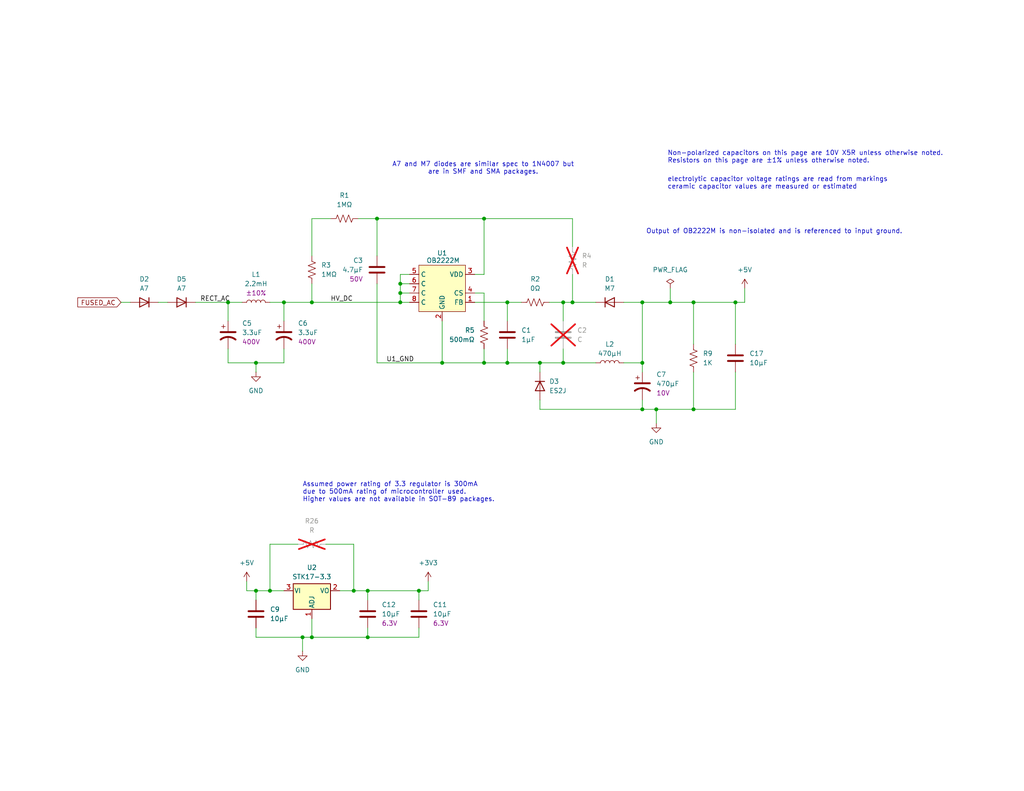
<source format=kicad_sch>
(kicad_sch (version 20250114) (generator "eeschema") (generator_version "9.0")
  (paper "USLetter")
  (title_block (title "power supplies") (date "2025-07-28"))
  (lib_symbols
    (symbol "Device:C" (pin_numbers (hide yes)) (pin_names (offset 0.254))
      (property "Reference" "C" (at 0.635 2.54 0))
      (property "Value" "C" (at 0.635 -2.54 0))
      (symbol "C_0_1"
        (polyline (pts (xy -2.032 0.762) (xy 2.032 0.762)) (stroke (width 0.508)))
        (polyline (pts (xy -2.032 -0.762) (xy 2.032 -0.762)) (stroke (width 0.508)))
      )
      (symbol "C_1_1"
        (pin passive line (at 0 3.81 270) (length 2.794) (name "~") (number "1"))
        (pin passive line (at 0 -3.81 90) (length 2.794) (name "~") (number "2"))
      )
    )
    (symbol "Device:C_Polarized_US" (pin_numbers (hide yes)) (pin_names (offset 0.254) (hide yes))
      (property "Reference" "C" (at 0.635 2.54 0))
      (property "Value" "C_Polarized_US" (at 0.635 -2.54 0))
      (symbol "C_Polarized_US_0_1"
        (polyline (pts (xy -2.032 0.762) (xy 2.032 0.762)) (stroke (width 0.508)))
        (polyline (pts (xy -1.778 2.286) (xy -0.762 2.286)))
        (polyline (pts (xy -1.27 1.778) (xy -1.27 2.794)))
        (arc (start -2.032 -1.27) (mid 0 -0.5572) (end 2.032 -1.27) (stroke (width 0.508)))
      )
      (symbol "C_Polarized_US_1_1"
        (pin passive line (at 0 3.81 270) (length 2.794) (name "~") (number "1"))
        (pin passive line (at 0 -3.81 90) (length 3.302) (name "~") (number "2"))
      )
    )
    (symbol "Device:D" (pin_numbers (hide yes)) (pin_names (offset 1.016) (hide yes))
      (property "Reference" "D" (at 0 2.54 0))
      (property "Value" "D" (at 0 -2.54 0))
      (symbol "D_0_1"
        (polyline (pts (xy -1.27 1.27) (xy -1.27 -1.27)) (stroke (width 0.254)))
        (polyline (pts (xy 1.27 1.27) (xy 1.27 -1.27) (xy -1.27 0) (xy 1.27 1.27)) (stroke (width 0.254)))
        (polyline (pts (xy 1.27 0) (xy -1.27 0)))
      )
      (symbol "D_1_1"
        (pin passive line (at -3.81 0 0) (length 2.54) (name "K") (number "1"))
        (pin passive line (at 3.81 0 180) (length 2.54) (name "A") (number "2"))
      )
    )
    (symbol "Device:L" (pin_numbers (hide yes)) (pin_names (offset 1.016) (hide yes))
      (property "Reference" "L" (at -1.27 0 90))
      (property "Value" "L" (at 1.905 0 90))
      (symbol "L_0_1"
        (arc (start 0 2.54) (mid 0.6323 1.905) (end 0 1.27))
        (arc (start 0 1.27) (mid 0.6323 0.635) (end 0 0))
        (arc (start 0 0) (mid 0.6323 -0.635) (end 0 -1.27))
        (arc (start 0 -1.27) (mid 0.6323 -1.905) (end 0 -2.54))
      )
      (symbol "L_1_1"
        (pin passive line (at 0 3.81 270) (length 1.27) (name "1") (number "1"))
        (pin passive line (at 0 -3.81 90) (length 1.27) (name "2") (number "2"))
      )
    )
    (symbol "Device:R_US" (pin_numbers (hide yes)) (pin_names (offset 0))
      (property "Reference" "R" (at 2.54 0 90))
      (property "Value" "R_US" (at -2.54 0 90))
      (symbol "R_US_0_1"
        (polyline (pts (xy 0 2.286) (xy 0 2.54)))
        (polyline (pts (xy 0 2.286) (xy 1.016 1.905) (xy 0 1.524) (xy -1.016 1.143) (xy 0 0.762)))
        (polyline (pts (xy 0 0.762) (xy 1.016 0.381) (xy 0 0) (xy -1.016 -0.381) (xy 0 -0.762)))
        (polyline (pts (xy 0 -0.762) (xy 1.016 -1.143) (xy 0 -1.524) (xy -1.016 -1.905) (xy 0 -2.286)))
        (polyline (pts (xy 0 -2.286) (xy 0 -2.54)))
      )
      (symbol "R_US_1_1"
        (pin passive line (at 0 3.81 270) (length 1.27) (name "~") (number "1"))
        (pin passive line (at 0 -3.81 90) (length 1.27) (name "~") (number "2"))
      )
    )
    (symbol "Regulator_Linear:LM317L_SOT-89" (pin_names (offset 0.254))
      (property "Reference" "U" (at -3.81 3.175 0))
      (property "Value" "LM317L_SOT-89" (at 0 3.175 0))
      (symbol "LM317L_SOT-89_0_1"
        (rectangle (start -5.08 1.905) (end 5.08 -5.08) (stroke (width 0.254)) (fill (type background)))
      )
      (symbol "LM317L_SOT-89_1_1"
        (pin power_in line (at -7.62 0 0) (length 2.54) (name "VI") (number "3"))
        (pin input line (at 0 -7.62 90) (length 2.54) (name "ADJ") (number "1"))
        (pin power_out line (at 7.62 0 180) (length 2.54) (name "VO") (number "2"))
      )
    )
    (symbol "designspecific:OB2222M"
      (property "Reference" "U" (at 0 0 0))
      (property "Value" "REF**" (at -6.35 7.366 0))
      (symbol "OB2222M_1_1"
        (rectangle (start -6.35 6.35) (end 6.35 -6.35) (fill (type background)))
        (pin passive line (at -8.89 3.81 0) (length 2.54) (name "C") (number "5"))
        (pin passive line (at -8.89 1.27 0) (length 2.54) (name "C") (number "6"))
        (pin passive line (at -8.89 -1.27 0) (length 2.54) (name "C") (number "7"))
        (pin passive line (at -8.89 -3.81 0) (length 2.54) (name "C") (number "8"))
        (pin passive line (at 0 -8.89 90) (length 2.54) (name "GND") (number "2"))
        (pin passive line (at 8.89 3.81 180) (length 2.54) (name "VDD") (number "3"))
        (pin passive line (at 8.89 -1.27 180) (length 2.54) (name "CS") (number "4"))
        (pin passive line (at 8.89 -3.81 180) (length 2.54) (name "FB") (number "1"))
      )
    )
    (symbol "power:+3V3" (power) (pin_numbers (hide yes)) (pin_names (offset 0) (hide yes))
      (property "Value" "+3V3" (at 0 3.556 0))
      (symbol "+3V3_0_1"
        (polyline (pts (xy -0.762 1.27) (xy 0 2.54)))
        (polyline (pts (xy 0 2.54) (xy 0.762 1.27)))
        (polyline (pts (xy 0 0) (xy 0 2.54)))
      )
      (symbol "+3V3_1_1"
        (pin power_in line (at 0 0 90) (length 0) (name "~") (number "1"))
      )
    )
    (symbol "power:+5V" (power) (pin_numbers (hide yes)) (pin_names (offset 0) (hide yes))
      (property "Value" "+5V" (at 0 3.556 0))
      (symbol "+5V_0_1"
        (polyline (pts (xy -0.762 1.27) (xy 0 2.54)))
        (polyline (pts (xy 0 2.54) (xy 0.762 1.27)))
        (polyline (pts (xy 0 0) (xy 0 2.54)))
      )
      (symbol "+5V_1_1"
        (pin power_in line (at 0 0 90) (length 0) (name "~") (number "1"))
      )
    )
    (symbol "power:GND" (power) (pin_numbers (hide yes)) (pin_names (offset 0) (hide yes))
      (property "Value" "GND" (at 0 -3.81 0))
      (symbol "GND_0_1"
        (polyline (pts (xy 0 0) (xy 0 -1.27) (xy 1.27 -1.27) (xy 0 -2.54) (xy -1.27 -1.27) (xy 0 -1.27)))
      )
      (symbol "GND_1_1"
        (pin power_in line (at 0 0 270) (length 0) (name "~") (number "1"))
      )
    )
    (symbol "power:PWR_FLAG" (power) (pin_numbers (hide yes)) (pin_names (offset 0) (hide yes))
      (property "Value" "PWR_FLAG" (at 0 3.81 0))
      (symbol "PWR_FLAG_0_0"
        (pin power_out line (at 0 0 90) (length 0) (name "~") (number "1"))
      )
      (symbol "PWR_FLAG_0_1"
        (polyline (pts (xy 0 0) (xy 0 1.27) (xy -1.016 1.905) (xy 0 2.54) (xy 1.016 1.905) (xy 0 1.27)))
      )
    )
  )
  (text "Output of OB2222M is non-isolated and is referenced to input ground." (at 176.276 63.246 0) (effects (font (size 1.27 1.27)) (justify left)))
  (text "Assumed power rating of 3.3 regulator is 300mA\ndue to 500mA rating of microcontroller used.\nHigher values are not available in SOT-89 packages." (at 82.55 134.366 0) (effects (font (size 1.27 1.27)) (justify left)))
  (text "A7 and M7 diodes are similar spec to 1N4007 but\nare in SMF and SMA packages." (at 131.826 45.974 0) (effects (font (size 1.27 1.27))))
  (text "electrolytic capacitor voltage ratings are read from markings\nceramic capacitor values are measured or estimated" (at 182.118 50.038 0) (effects (font (size 1.27 1.27)) (justify left)))
  (text "Non-polarized capacitors on this page are 10V X5R unless otherwise noted.\nResistors on this page are ±1% unless otherwise noted." (at 182.118 42.926 0) (effects (font (size 1.27 1.27)) (justify left)))
  (junction (at 189.23 82.55))
  (junction (at 138.43 82.55))
  (junction (at 138.43 99.06))
  (junction (at 175.26 99.06))
  (junction (at 175.26 111.76))
  (junction (at 156.21 82.55))
  (junction (at 153.67 82.55))
  (junction (at 100.33 161.29))
  (junction (at 100.33 173.99))
  (junction (at 85.09 82.55))
  (junction (at 120.65 99.06))
  (junction (at 153.67 99.06))
  (junction (at 175.26 82.55))
  (junction (at 147.32 99.06))
  (junction (at 109.22 80.01))
  (junction (at 179.07 111.76))
  (junction (at 73.66 161.29))
  (junction (at 200.66 82.55))
  (junction (at 62.23 82.55))
  (junction (at 69.85 99.06))
  (junction (at 102.87 59.69))
  (junction (at 132.08 59.69))
  (junction (at 182.88 82.55))
  (junction (at 69.85 161.29))
  (junction (at 189.23 111.76))
  (junction (at 114.3 161.29))
  (junction (at 132.08 99.06))
  (junction (at 109.22 77.47))
  (junction (at 109.22 82.55))
  (junction (at 85.09 173.99))
  (junction (at 77.47 82.55))
  (junction (at 96.52 161.29))
  (junction (at 82.55 173.99))
  (wire (pts (xy 114.3 173.99) (xy 114.3 171.45)))
  (wire (pts (xy 147.32 99.06) (xy 153.67 99.06)))
  (wire (pts (xy 116.84 158.75) (xy 116.84 161.29)))
  (wire (pts (xy 73.66 161.29) (xy 77.47 161.29)))
  (wire (pts (xy 109.22 74.93) (xy 109.22 77.47)))
  (wire (pts (xy 120.65 87.63) (xy 120.65 99.06)))
  (wire (pts (xy 102.87 99.06) (xy 120.65 99.06)))
  (wire (pts (xy 100.33 161.29) (xy 100.33 163.83)))
  (wire (pts (xy 33.02 82.55) (xy 35.56 82.55)))
  (wire (pts (xy 203.2 82.55) (xy 200.66 82.55)))
  (wire (pts (xy 53.34 82.55) (xy 62.23 82.55)))
  (wire (pts (xy 132.08 99.06) (xy 138.43 99.06)))
  (wire (pts (xy 189.23 111.76) (xy 189.23 101.6)))
  (wire (pts (xy 170.18 99.06) (xy 175.26 99.06)))
  (wire (pts (xy 43.18 82.55) (xy 45.72 82.55)))
  (wire (pts (xy 175.26 109.22) (xy 175.26 111.76)))
  (wire (pts (xy 132.08 59.69) (xy 156.21 59.69)))
  (wire (pts (xy 189.23 82.55) (xy 200.66 82.55)))
  (wire (pts (xy 67.31 158.75) (xy 67.31 161.29)))
  (wire (pts (xy 147.32 111.76) (xy 175.26 111.76)))
  (wire (pts (xy 156.21 59.69) (xy 156.21 67.31)))
  (wire (pts (xy 179.07 111.76) (xy 189.23 111.76)))
  (wire (pts (xy 69.85 99.06) (xy 69.85 101.6)))
  (wire (pts (xy 96.52 161.29) (xy 100.33 161.29)))
  (wire (pts (xy 73.66 148.59) (xy 73.66 161.29)))
  (wire (pts (xy 111.76 74.93) (xy 109.22 74.93)))
  (wire (pts (xy 69.85 163.83) (xy 69.85 161.29)))
  (wire (pts (xy 175.26 82.55) (xy 175.26 99.06)))
  (wire (pts (xy 203.2 78.74) (xy 203.2 82.55)))
  (wire (pts (xy 85.09 69.85) (xy 85.09 59.69)))
  (wire (pts (xy 73.66 82.55) (xy 77.47 82.55)))
  (wire (pts (xy 138.43 82.55) (xy 142.24 82.55)))
  (wire (pts (xy 138.43 99.06) (xy 147.32 99.06)))
  (wire (pts (xy 149.86 82.55) (xy 153.67 82.55)))
  (wire (pts (xy 147.32 99.06) (xy 147.32 101.6)))
  (wire (pts (xy 153.67 99.06) (xy 162.56 99.06)))
  (wire (pts (xy 62.23 95.25) (xy 62.23 99.06)))
  (wire (pts (xy 100.33 161.29) (xy 114.3 161.29)))
  (wire (pts (xy 85.09 173.99) (xy 100.33 173.99)))
  (wire (pts (xy 189.23 111.76) (xy 200.66 111.76)))
  (wire (pts (xy 111.76 80.01) (xy 109.22 80.01)))
  (wire (pts (xy 69.85 173.99) (xy 82.55 173.99)))
  (wire (pts (xy 111.76 77.47) (xy 109.22 77.47)))
  (wire (pts (xy 114.3 161.29) (xy 114.3 163.83)))
  (wire (pts (xy 88.9 148.59) (xy 96.52 148.59)))
  (wire (pts (xy 102.87 77.47) (xy 102.87 99.06)))
  (wire (pts (xy 109.22 80.01) (xy 109.22 82.55)))
  (wire (pts (xy 200.66 82.55) (xy 200.66 93.98)))
  (wire (pts (xy 132.08 74.93) (xy 129.54 74.93)))
  (wire (pts (xy 69.85 99.06) (xy 77.47 99.06)))
  (wire (pts (xy 170.18 82.55) (xy 175.26 82.55)))
  (wire (pts (xy 132.08 95.25) (xy 132.08 99.06)))
  (wire (pts (xy 96.52 148.59) (xy 96.52 161.29)))
  (wire (pts (xy 102.87 59.69) (xy 132.08 59.69)))
  (wire (pts (xy 69.85 161.29) (xy 73.66 161.29)))
  (wire (pts (xy 85.09 77.47) (xy 85.09 82.55)))
  (wire (pts (xy 179.07 111.76) (xy 179.07 115.57)))
  (wire (pts (xy 62.23 99.06) (xy 69.85 99.06)))
  (wire (pts (xy 77.47 82.55) (xy 77.47 87.63)))
  (wire (pts (xy 100.33 173.99) (xy 114.3 173.99)))
  (wire (pts (xy 132.08 59.69) (xy 132.08 74.93)))
  (wire (pts (xy 62.23 82.55) (xy 66.04 82.55)))
  (wire (pts (xy 77.47 95.25) (xy 77.47 99.06)))
  (wire (pts (xy 129.54 82.55) (xy 138.43 82.55)))
  (wire (pts (xy 82.55 173.99) (xy 85.09 173.99)))
  (wire (pts (xy 156.21 74.93) (xy 156.21 82.55)))
  (wire (pts (xy 175.26 111.76) (xy 179.07 111.76)))
  (wire (pts (xy 175.26 82.55) (xy 182.88 82.55)))
  (wire (pts (xy 138.43 95.25) (xy 138.43 99.06)))
  (wire (pts (xy 129.54 80.01) (xy 132.08 80.01)))
  (wire (pts (xy 109.22 77.47) (xy 109.22 80.01)))
  (wire (pts (xy 82.55 173.99) (xy 82.55 177.8)))
  (wire (pts (xy 153.67 95.25) (xy 153.67 99.06)))
  (wire (pts (xy 175.26 99.06) (xy 175.26 101.6)))
  (wire (pts (xy 77.47 82.55) (xy 85.09 82.55)))
  (wire (pts (xy 62.23 82.55) (xy 62.23 87.63)))
  (wire (pts (xy 85.09 82.55) (xy 109.22 82.55)))
  (wire (pts (xy 114.3 161.29) (xy 116.84 161.29)))
  (wire (pts (xy 85.09 168.91) (xy 85.09 173.99)))
  (wire (pts (xy 120.65 99.06) (xy 132.08 99.06)))
  (wire (pts (xy 153.67 82.55) (xy 156.21 82.55)))
  (wire (pts (xy 81.28 148.59) (xy 73.66 148.59)))
  (wire (pts (xy 156.21 82.55) (xy 162.56 82.55)))
  (wire (pts (xy 109.22 82.55) (xy 111.76 82.55)))
  (wire (pts (xy 132.08 80.01) (xy 132.08 87.63)))
  (wire (pts (xy 69.85 171.45) (xy 69.85 173.99)))
  (wire (pts (xy 67.31 161.29) (xy 69.85 161.29)))
  (wire (pts (xy 200.66 111.76) (xy 200.66 101.6)))
  (wire (pts (xy 96.52 161.29) (xy 92.71 161.29)))
  (wire (pts (xy 97.79 59.69) (xy 102.87 59.69)))
  (wire (pts (xy 189.23 82.55) (xy 189.23 93.98)))
  (wire (pts (xy 182.88 82.55) (xy 182.88 78.74)))
  (wire (pts (xy 85.09 59.69) (xy 90.17 59.69)))
  (wire (pts (xy 182.88 82.55) (xy 189.23 82.55)))
  (wire (pts (xy 100.33 173.99) (xy 100.33 171.45)))
  (wire (pts (xy 153.67 82.55) (xy 153.67 87.63)))
  (wire (pts (xy 102.87 59.69) (xy 102.87 69.85)))
  (wire (pts (xy 147.32 109.22) (xy 147.32 111.76)))
  (wire (pts (xy 138.43 82.55) (xy 138.43 87.63)))
  (label "RECT_AC" (at 54.61 82.55 0))
  (label "HV_DC" (at 90.17 82.55 0))
  (label "U1_GND" (at 105.41 99.06 0))
  (global_label "FUSED_AC" (shape input) (at 33.02 82.55 180) (property "Intersheetrefs" "${INTERSHEET_REFS}" (effects (hide yes))))
  (symbol (lib_id "Device:C") (at 102.87 73.66 0) (mirror y) (unit 1)
    (property "Reference" "C3" (at 99.06 71.1199 0) (effects (justify left)))
    (property "Value" "4.7µF" (at 99.06 73.6599 0) (effects (justify left)))
    (property "Footprint" "Capacitor_SMD:C_0805_2012Metric" (effects (hide yes)))
    (property "Description" "Unpolarized capacitor" (effects (hide yes)))
    (property "Voltage" "50V" (at 99.06 76.1999 0) (effects (justify left)))
  )
  (symbol (lib_id "Device:R_US") (at 93.98 59.69 270) (unit 1)
    (property "Reference" "R1" (at 93.98 53.34 90))
    (property "Value" "1MΩ" (at 93.98 55.88 90))
    (property "Footprint" "Resistor_SMD:R_0805_2012Metric" (effects (hide yes)))
    (property "Description" "Resistor, US symbol" (effects (hide yes)))
  )
  (symbol (lib_id "Device:D") (at 39.37 82.55 180) (unit 1)
    (property "Reference" "D2" (at 39.37 76.2 0))
    (property "Value" "A7" (at 39.37 78.74 0))
    (property "Footprint" "Diode_SMD:D_SOD-123F" (effects (hide yes)))
    (property "Description" "Diode" (effects (hide yes)))
    (property "Sim.Device" "D" (effects (hide yes)))
    (property "Sim.Pins" "1=K 2=A" (effects (hide yes)))
  )
  (symbol (lib_id "Device:D") (at 147.32 105.41 270) (unit 1)
    (property "Reference" "D3" (at 149.86 104.1399 90) (effects (justify left)))
    (property "Value" "ES2J" (at 149.86 106.6799 90) (effects (justify left)))
    (property "Footprint" "Diode_SMD:D_SMA" (effects (hide yes)))
    (property "Description" "Diode" (effects (hide yes)))
    (property "Sim.Device" "D" (effects (hide yes)))
    (property "Sim.Pins" "1=K 2=A" (effects (hide yes)))
  )
  (symbol (lib_id "Device:C_Polarized_US") (at 77.47 91.44 0) (unit 1)
    (property "Reference" "C6" (at 81.28 88.2649 0) (effects (justify left)))
    (property "Value" "3.3uF" (at 81.28 90.8049 0) (effects (justify left)))
    (property "Footprint" "Capacitor_THT:CP_Radial_D6.3mm_P2.50mm" (effects (hide yes)))
    (property "Description" "Polarized capacitor, US symbol" (effects (hide yes)))
    (property "Voltage" "400V" (at 81.28 93.3449 0) (effects (justify left)))
  )
  (symbol (lib_id "Device:C") (at 200.66 97.79 0) (unit 1)
    (property "Reference" "C17" (at 204.47 96.5199 0) (effects (justify left)))
    (property "Value" "10µF" (at 204.47 99.0599 0) (effects (justify left)))
    (property "Footprint" "Capacitor_SMD:C_0603_1608Metric" (effects (hide yes)))
    (property "Description" "Unpolarized capacitor" (effects (hide yes)))
  )
  (symbol (lib_id "Device:C") (at 69.85 167.64 180) (unit 1)
    (property "Reference" "C9" (at 73.66 166.3699 0) (effects (justify right)))
    (property "Value" "10µF" (at 73.66 168.9099 0) (effects (justify right)))
    (property "Footprint" "Capacitor_SMD:C_0603_1608Metric" (effects (hide yes)))
    (property "Description" "Unpolarized capacitor" (effects (hide yes)))
  )
  (symbol (lib_id "Device:C") (at 153.67 91.44 180) (unit 1) (dnp yes)
    (property "Reference" "C2" (at 157.48 90.1699 0) (effects (justify right)))
    (property "Value" "C" (at 157.48 92.7099 0) (effects (justify right)))
    (property "Footprint" "Capacitor_SMD:C_0603_1608Metric" (effects (hide yes)))
    (property "Description" "Unpolarized capacitor" (effects (hide yes)))
  )
  (symbol (lib_id "Device:D") (at 166.37 82.55 0) (unit 1)
    (property "Reference" "D1" (at 166.37 76.2 0))
    (property "Value" "M7" (at 166.37 78.74 0))
    (property "Footprint" "Diode_SMD:D_SMA" (effects (hide yes)))
    (property "Description" "Diode" (effects (hide yes)))
    (property "Sim.Device" "D" (effects (hide yes)))
    (property "Sim.Pins" "1=K 2=A" (effects (hide yes)))
  )
  (symbol (lib_id "Regulator_Linear:LM317L_SOT-89") (at 85.09 161.29 0) (unit 1)
    (property "Reference" "U2" (at 85.09 154.94 0))
    (property "Value" "STK17-3.3" (at 85.09 157.48 0))
    (property "Footprint" "Package_TO_SOT_SMD:SOT-89-3" (effects (hide yes)))
    (property "Datasheet" "https://www.diodes.com/assets/Datasheets/AP2205.pdf" (effects (hide yes)))
    (property "Description" "100mA 35V 3.3V, SOT-89" (effects (hide yes)))
  )
  (symbol (lib_id "Device:L") (at 69.85 82.55 90) (unit 1)
    (property "Reference" "L1" (at 69.85 74.93 90))
    (property "Value" "2.2mH" (at 69.85 77.47 90))
    (property "Footprint" "HF relays:L_Axial_L9.5mm_D4.0mm_P3.81mm_Vertical" (effects (hide yes)))
    (property "Description" "Inductor" (effects (hide yes)))
    (property "Tolerance" "±10%" (at 69.85 80.01 90))
  )
  (symbol (lib_id "power:GND") (at 179.07 115.57 0) (unit 1)
    (property "Reference" "#PWR023" (effects (hide yes)))
    (property "Value" "GND" (at 179.07 120.65 0))
    (property "Description" "Power symbol creates a global label with name \"GND\" , ground" (effects (hide yes)))
  )
  (symbol (lib_id "Device:C_Polarized_US") (at 175.26 105.41 0) (unit 1)
    (property "Reference" "C7" (at 179.07 102.2349 0) (effects (justify left)))
    (property "Value" "470µF" (at 179.07 104.7749 0) (effects (justify left)))
    (property "Footprint" "Capacitor_THT:CP_Radial_D6.3mm_P2.50mm" (effects (hide yes)))
    (property "Description" "Polarized capacitor, US symbol" (effects (hide yes)))
    (property "Voltage" "10V" (at 179.07 107.3149 0) (effects (justify left)))
  )
  (symbol (lib_id "Device:C") (at 138.43 91.44 0) (unit 1)
    (property "Reference" "C1" (at 142.24 90.1699 0) (effects (justify left)))
    (property "Value" "1µF" (at 142.24 92.7099 0) (effects (justify left)))
    (property "Footprint" "Capacitor_SMD:C_0603_1608Metric" (effects (hide yes)))
    (property "Description" "Unpolarized capacitor" (effects (hide yes)))
  )
  (symbol (lib_id "Device:R_US") (at 146.05 82.55 90) (unit 1)
    (property "Reference" "R2" (at 146.05 76.2 90))
    (property "Value" "0Ω" (at 146.05 78.74 90))
    (property "Footprint" "Resistor_SMD:R_0603_1608Metric" (effects (hide yes)))
    (property "Description" "Resistor, US symbol" (effects (hide yes)))
  )
  (symbol (lib_id "Device:R_US") (at 132.08 91.44 0) (unit 1)
    (property "Reference" "R5" (at 129.54 90.1699 0) (effects (justify right)))
    (property "Value" "500mΩ" (at 129.54 92.7099 0) (effects (justify right)))
    (property "Footprint" "Resistor_SMD:R_1206_3216Metric" (effects (hide yes)))
    (property "Description" "Resistor, US symbol" (effects (hide yes)))
  )
  (symbol (lib_id "Device:R_US") (at 156.21 71.12 0) (unit 1) (dnp yes)
    (property "Reference" "R4" (at 158.75 69.8499 0) (effects (justify left)))
    (property "Value" "R" (at 158.75 72.3899 0) (effects (justify left)))
    (property "Footprint" "Resistor_SMD:R_0603_1608Metric" (effects (hide yes)))
    (property "Description" "Resistor, US symbol" (effects (hide yes)))
  )
  (symbol (lib_id "Device:R_US") (at 85.09 73.66 180) (unit 1)
    (property "Reference" "R3" (at 87.63 72.3899 0) (effects (justify right)))
    (property "Value" "1MΩ" (at 87.63 74.9299 0) (effects (justify right)))
    (property "Footprint" "Resistor_SMD:R_0805_2012Metric" (effects (hide yes)))
    (property "Description" "Resistor, US symbol" (effects (hide yes)))
  )
  (symbol (lib_id "Device:R_US") (at 189.23 97.79 0) (unit 1)
    (property "Reference" "R9" (at 191.77 96.5199 0) (effects (justify left)))
    (property "Value" "1K" (at 191.77 99.0599 0) (effects (justify left)))
    (property "Footprint" "Resistor_SMD:R_0603_1608Metric" (effects (hide yes)))
    (property "Description" "Resistor, US symbol" (effects (hide yes)))
  )
  (symbol (lib_id "power:+5V") (at 67.31 158.75 0) (unit 1)
    (property "Reference" "#PWR010" (effects (hide yes)))
    (property "Value" "+5V" (at 67.31 153.67 0))
    (property "Description" "Power symbol creates a global label with name \"+5V\"" (effects (hide yes)))
  )
  (symbol (lib_id "power:+5V") (at 203.2 78.74 0) (unit 1)
    (property "Reference" "#PWR022" (effects (hide yes)))
    (property "Value" "+5V" (at 203.2 73.66 0))
    (property "Description" "Power symbol creates a global label with name \"+5V\"" (effects (hide yes)))
  )
  (symbol (lib_id "Device:D") (at 49.53 82.55 180) (unit 1)
    (property "Reference" "D5" (at 49.53 76.2 0))
    (property "Value" "A7" (at 49.53 78.74 0))
    (property "Footprint" "Diode_SMD:D_SOD-123F" (effects (hide yes)))
    (property "Description" "Diode" (effects (hide yes)))
    (property "Sim.Device" "D" (effects (hide yes)))
    (property "Sim.Pins" "1=K 2=A" (effects (hide yes)))
  )
  (symbol (lib_id "Device:C_Polarized_US") (at 62.23 91.44 0) (unit 1)
    (property "Reference" "C5" (at 66.04 88.2649 0) (effects (justify left)))
    (property "Value" "3.3uF" (at 66.04 90.8049 0) (effects (justify left)))
    (property "Footprint" "Capacitor_THT:CP_Radial_D6.3mm_P2.50mm" (effects (hide yes)))
    (property "Description" "Polarized capacitor, US symbol" (effects (hide yes)))
    (property "Voltage" "400V" (at 66.04 93.3449 0) (effects (justify left)))
  )
  (symbol (lib_id "designspecific:OB2222M") (at 120.65 78.74 0) (unit 1)
    (property "Reference" "U1" (at 120.65 69.088 0))
    (property "Value" "OB2222M" (at 120.904 71.12 0))
    (property "Footprint" "Package_SO:SO-8_3.9x4.9mm_P1.27mm" (effects (hide yes)))
    (property "Datasheet" "https://lcsc.com/datasheet/lcsc_datasheet_2411121146_OB-OB2222MCPA_C89629.pdf" (effects (hide yes)))
    (property "Description" "SMPS" (effects (hide yes)))
  )
  (symbol (lib_id "Device:L") (at 166.37 99.06 90) (unit 1)
    (property "Reference" "L2" (at 166.37 93.98 90))
    (property "Value" "470µH" (at 166.37 96.52 90))
    (property "Footprint" "Inductor_THT:L_Radial_D8.7mm_P5.00mm_Fastron_07HCP" (effects (hide yes)))
    (property "Description" "Inductor" (effects (hide yes)))
  )
  (symbol (lib_id "Device:R_US") (at 85.09 148.59 90) (unit 1) (dnp yes)
    (property "Reference" "R26" (at 85.09 142.24 90))
    (property "Value" "R" (at 85.09 144.78 90))
    (property "Footprint" "Resistor_SMD:R_0603_1608Metric" (effects (hide yes)))
    (property "Description" "Resistor, US symbol" (effects (hide yes)))
  )
  (symbol (lib_id "power:GND") (at 69.85 101.6 0) (unit 1)
    (property "Reference" "#PWR08" (effects (hide yes)))
    (property "Value" "GND" (at 69.85 106.68 0))
    (property "Description" "Power symbol creates a global label with name \"GND\" , ground" (effects (hide yes)))
  )
  (symbol (lib_id "Device:C") (at 114.3 167.64 180) (unit 1)
    (property "Reference" "C11" (at 118.11 165.0999 0) (effects (justify right)))
    (property "Value" "10µF" (at 118.11 167.6399 0) (effects (justify right)))
    (property "Footprint" "Capacitor_SMD:C_0402_1005Metric" (effects (hide yes)))
    (property "Description" "Unpolarized capacitor" (effects (hide yes)))
    (property "Voltage" "6.3V" (at 118.11 170.1799 0) (effects (justify right)))
  )
  (symbol (lib_id "power:GND") (at 82.55 177.8 0) (unit 1)
    (property "Reference" "#PWR09" (effects (hide yes)))
    (property "Value" "GND" (at 82.55 182.88 0))
    (property "Description" "Power symbol creates a global label with name \"GND\" , ground" (effects (hide yes)))
  )
  (symbol (lib_id "Device:C") (at 100.33 167.64 180) (unit 1)
    (property "Reference" "C12" (at 104.14 165.0999 0) (effects (justify right)))
    (property "Value" "10µF" (at 104.14 167.6399 0) (effects (justify right)))
    (property "Footprint" "Capacitor_SMD:C_0402_1005Metric" (effects (hide yes)))
    (property "Description" "Unpolarized capacitor" (effects (hide yes)))
    (property "Voltage" "6.3V" (at 104.14 170.1799 0) (effects (justify right)))
  )
  (symbol (lib_id "power:+3V3") (at 116.84 158.75 0) (unit 1)
    (property "Reference" "#PWR011" (effects (hide yes)))
    (property "Value" "+3V3" (at 116.84 153.67 0))
    (property "Description" "Power symbol creates a global label with name \"+3V3\"" (effects (hide yes)))
  )
  (symbol (lib_id "power:PWR_FLAG") (at 182.88 78.74 0) (unit 1)
    (property "Reference" "#FLG03" (effects (hide yes)))
    (property "Value" "PWR_FLAG" (at 182.88 73.66 0))
    (property "Description" "Special symbol for telling ERC where power comes from" (effects (hide yes)))
  )
)
</source>
